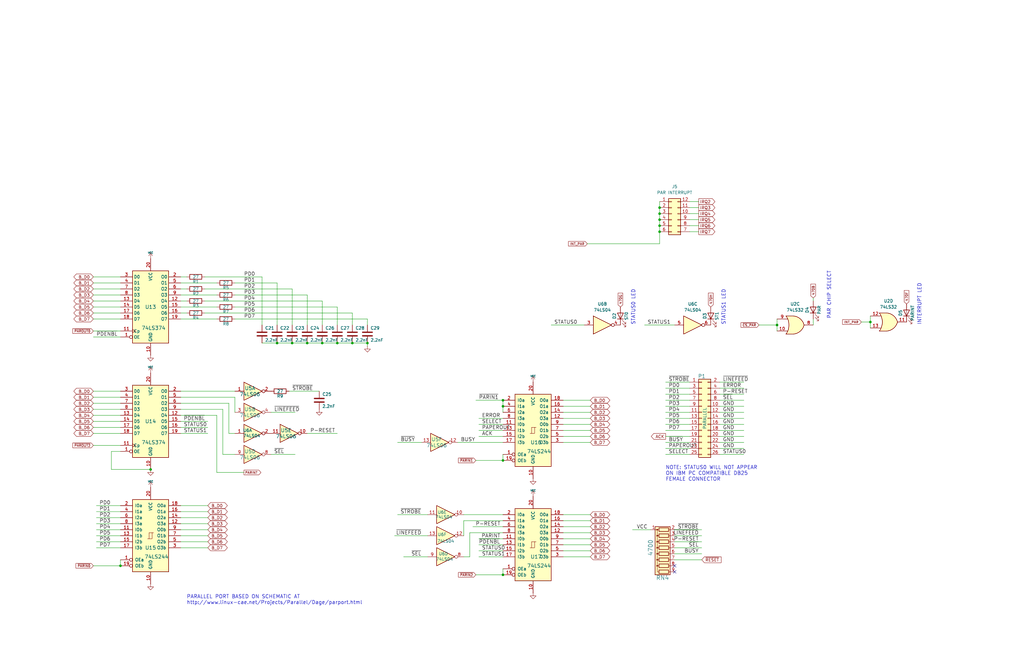
<source format=kicad_sch>
(kicad_sch (version 20231120) (generator "eeschema") (generator_version "8.0")
  (paper "USLedger")
  (title_block (title "ISA MULTI IO ") (date "2025-07-19") (rev "v1.1") (company "DAN WERNER"))
  (lib_symbols
    (symbol "74xx:74LS04"
      (property "Reference" "U" (at 0 1.27 0))
      (property "Value" "74LS04" (at 0 -1.27 0))
      (symbol "74LS04_1_0"
        (pin input line (at -7.62 0 0) (length 3.81) (name "~") (number "1"))
        (pin output inverted (at 7.62 0 180) (length 3.81) (name "~") (number "2"))
      )
      (symbol "74LS04_2_0"
        (pin input line (at -7.62 0 0) (length 3.81) (name "~") (number "3"))
        (pin output inverted (at 7.62 0 180) (length 3.81) (name "~") (number "4"))
      )
      (symbol "74LS04_3_0"
        (pin input line (at -7.62 0 0) (length 3.81) (name "~") (number "5"))
        (pin output inverted (at 7.62 0 180) (length 3.81) (name "~") (number "6"))
      )
      (symbol "74LS04_4_0"
        (pin output inverted (at 7.62 0 180) (length 3.81) (name "~") (number "8"))
        (pin input line (at -7.62 0 0) (length 3.81) (name "~") (number "9"))
      )
      (symbol "74LS04_5_0"
        (pin output inverted (at 7.62 0 180) (length 3.81) (name "~") (number "10"))
        (pin input line (at -7.62 0 0) (length 3.81) (name "~") (number "11"))
      )
      (symbol "74LS04_6_0"
        (pin output inverted (at 7.62 0 180) (length 3.81) (name "~") (number "12"))
        (pin input line (at -7.62 0 0) (length 3.81) (name "~") (number "13"))
      )
      (symbol "74LS04_7_0"
        (pin power_in line (at 0 12.7 270) (length 5.08) (name "VCC") (number "14"))
        (pin power_in line (at 0 -12.7 90) (length 5.08) (name "GND") (number "7"))
      )
    )
    (symbol "74xx:74LS06" (pin_names (offset 1.016))
      (property "Reference" "U" (at 0 1.27 0))
      (property "Value" "74LS06" (at 0 -1.27 0))
      (symbol "74LS06_1_0"
        (pin input line (at -7.62 0 0) (length 3.81) (name "~") (number "1"))
        (pin open_collector inverted (at 7.62 0 180) (length 3.81) (name "~") (number "2"))
      )
      (symbol "74LS06_2_0"
        (pin input line (at -7.62 0 0) (length 3.81) (name "~") (number "3"))
        (pin open_collector inverted (at 7.62 0 180) (length 3.81) (name "~") (number "4"))
      )
      (symbol "74LS06_3_0"
        (pin input line (at -7.62 0 0) (length 3.81) (name "~") (number "5"))
        (pin open_collector inverted (at 7.62 0 180) (length 3.81) (name "~") (number "6"))
      )
      (symbol "74LS06_4_0"
        (pin open_collector inverted (at 7.62 0 180) (length 3.81) (name "~") (number "8"))
        (pin input line (at -7.62 0 0) (length 3.81) (name "~") (number "9"))
      )
      (symbol "74LS06_5_0"
        (pin open_collector inverted (at 7.62 0 180) (length 3.81) (name "~") (number "10"))
        (pin input line (at -7.62 0 0) (length 3.81) (name "~") (number "11"))
      )
      (symbol "74LS06_6_0"
        (pin open_collector inverted (at 7.62 0 180) (length 3.81) (name "~") (number "12"))
        (pin input line (at -7.62 0 0) (length 3.81) (name "~") (number "13"))
      )
      (symbol "74LS06_7_0"
        (pin power_in line (at 0 12.7 270) (length 5.08) (name "VCC") (number "14"))
        (pin power_in line (at 0 -12.7 90) (length 5.08) (name "GND") (number "7"))
      )
    )
    (symbol "74xx:74LS244" (pin_names (offset 1.016))
      (property "Reference" "U" (at -7.62 16.51 0))
      (property "Value" "74LS244" (at -7.62 -16.51 0))
      (symbol "74LS244_1_0"
        (pin input inverted (at -12.7 -10.16 0) (length 5.08) (name "OEa") (number "1"))
        (pin power_in line (at 0 -20.32 90) (length 5.08) (name "GND") (number "10"))
        (pin input line (at -12.7 2.54 0) (length 5.08) (name "I0b") (number "11"))
        (pin tri_state line (at 12.7 5.08 180) (length 5.08) (name "O3a") (number "12"))
        (pin input line (at -12.7 0 0) (length 5.08) (name "I1b") (number "13"))
        (pin tri_state line (at 12.7 7.62 180) (length 5.08) (name "O2a") (number "14"))
        (pin input line (at -12.7 -2.54 0) (length 5.08) (name "I2b") (number "15"))
        (pin tri_state line (at 12.7 10.16 180) (length 5.08) (name "O1a") (number "16"))
        (pin input line (at -12.7 -5.08 0) (length 5.08) (name "I3b") (number "17"))
        (pin tri_state line (at 12.7 12.7 180) (length 5.08) (name "O0a") (number "18"))
        (pin input inverted (at -12.7 -12.7 0) (length 5.08) (name "OEb") (number "19"))
        (pin input line (at -12.7 12.7 0) (length 5.08) (name "I0a") (number "2"))
        (pin power_in line (at 0 20.32 270) (length 5.08) (name "VCC") (number "20"))
        (pin tri_state line (at 12.7 -5.08 180) (length 5.08) (name "O3b") (number "3"))
        (pin input line (at -12.7 10.16 0) (length 5.08) (name "I1a") (number "4"))
        (pin tri_state line (at 12.7 -2.54 180) (length 5.08) (name "O2b") (number "5"))
        (pin input line (at -12.7 7.62 0) (length 5.08) (name "I2a") (number "6"))
        (pin tri_state line (at 12.7 0 180) (length 5.08) (name "O1b") (number "7"))
        (pin input line (at -12.7 5.08 0) (length 5.08) (name "I3a") (number "8"))
        (pin tri_state line (at 12.7 2.54 180) (length 5.08) (name "O0b") (number "9"))
      )
    )
    (symbol "74xx:74LS32" (pin_names (offset 1.016))
      (property "Reference" "U" (at 0 1.27 0))
      (property "Value" "74LS32" (at 0 -1.27 0))
      (symbol "74LS32_1_1"
        (pin input line (at -7.62 2.54 0) (length 4.318) (name "~") (number "1"))
        (pin input line (at -7.62 -2.54 0) (length 4.318) (name "~") (number "2"))
        (pin output line (at 7.62 0 180) (length 3.81) (name "~") (number "3"))
      )
      (symbol "74LS32_1_2"
        (pin input inverted (at -7.62 2.54 0) (length 3.81) (name "~") (number "1"))
        (pin input inverted (at -7.62 -2.54 0) (length 3.81) (name "~") (number "2"))
        (pin output inverted (at 7.62 0 180) (length 3.81) (name "~") (number "3"))
      )
      (symbol "74LS32_2_1"
        (pin input line (at -7.62 2.54 0) (length 4.318) (name "~") (number "4"))
        (pin input line (at -7.62 -2.54 0) (length 4.318) (name "~") (number "5"))
        (pin output line (at 7.62 0 180) (length 3.81) (name "~") (number "6"))
      )
      (symbol "74LS32_2_2"
        (pin input inverted (at -7.62 2.54 0) (length 3.81) (name "~") (number "4"))
        (pin input inverted (at -7.62 -2.54 0) (length 3.81) (name "~") (number "5"))
        (pin output inverted (at 7.62 0 180) (length 3.81) (name "~") (number "6"))
      )
      (symbol "74LS32_3_1"
        (pin input line (at -7.62 -2.54 0) (length 4.318) (name "~") (number "10"))
        (pin output line (at 7.62 0 180) (length 3.81) (name "~") (number "8"))
        (pin input line (at -7.62 2.54 0) (length 4.318) (name "~") (number "9"))
      )
      (symbol "74LS32_3_2"
        (pin input inverted (at -7.62 -2.54 0) (length 3.81) (name "~") (number "10"))
        (pin output inverted (at 7.62 0 180) (length 3.81) (name "~") (number "8"))
        (pin input inverted (at -7.62 2.54 0) (length 3.81) (name "~") (number "9"))
      )
      (symbol "74LS32_4_1"
        (pin output line (at 7.62 0 180) (length 3.81) (name "~") (number "11"))
        (pin input line (at -7.62 2.54 0) (length 4.318) (name "~") (number "12"))
        (pin input line (at -7.62 -2.54 0) (length 4.318) (name "~") (number "13"))
      )
      (symbol "74LS32_4_2"
        (pin output inverted (at 7.62 0 180) (length 3.81) (name "~") (number "11"))
        (pin input inverted (at -7.62 2.54 0) (length 3.81) (name "~") (number "12"))
        (pin input inverted (at -7.62 -2.54 0) (length 3.81) (name "~") (number "13"))
      )
      (symbol "74LS32_5_0"
        (pin power_in line (at 0 12.7 270) (length 5.08) (name "VCC") (number "14"))
        (pin power_in line (at 0 -12.7 90) (length 5.08) (name "GND") (number "7"))
      )
    )
    (symbol "74xx:74LS374"
      (property "Reference" "U" (at -7.62 16.51 0))
      (property "Value" "74LS374" (at -7.62 -16.51 0))
      (symbol "74LS374_1_0"
        (pin input inverted (at -12.7 -12.7 0) (length 5.08) (name "OE") (number "1"))
        (pin power_in line (at 0 -20.32 90) (length 5.08) (name "GND") (number "10"))
        (pin input clock (at -12.7 -10.16 0) (length 5.08) (name "Cp") (number "11"))
        (pin tri_state line (at 12.7 2.54 180) (length 5.08) (name "O4") (number "12"))
        (pin input line (at -12.7 2.54 0) (length 5.08) (name "D4") (number "13"))
        (pin input line (at -12.7 0 0) (length 5.08) (name "D5") (number "14"))
        (pin tri_state line (at 12.7 0 180) (length 5.08) (name "O5") (number "15"))
        (pin tri_state line (at 12.7 -2.54 180) (length 5.08) (name "O6") (number "16"))
        (pin input line (at -12.7 -2.54 0) (length 5.08) (name "D6") (number "17"))
        (pin input line (at -12.7 -5.08 0) (length 5.08) (name "D7") (number "18"))
        (pin tri_state line (at 12.7 -5.08 180) (length 5.08) (name "O7") (number "19"))
        (pin tri_state line (at 12.7 12.7 180) (length 5.08) (name "O0") (number "2"))
        (pin power_in line (at 0 20.32 270) (length 5.08) (name "VCC") (number "20"))
        (pin input line (at -12.7 12.7 0) (length 5.08) (name "D0") (number "3"))
        (pin input line (at -12.7 10.16 0) (length 5.08) (name "D1") (number "4"))
        (pin tri_state line (at 12.7 10.16 180) (length 5.08) (name "O1") (number "5"))
        (pin tri_state line (at 12.7 7.62 180) (length 5.08) (name "O2") (number "6"))
        (pin input line (at -12.7 7.62 0) (length 5.08) (name "D2") (number "7"))
        (pin input line (at -12.7 5.08 0) (length 5.08) (name "D3") (number "8"))
        (pin tri_state line (at 12.7 5.08 180) (length 5.08) (name "O3") (number "9"))
      )
    )
    (symbol "Connector_Generic:Conn_02x06_Counter_Clockwise" (pin_names (offset 1.016) hide)
      (property "Reference" "J" (at 1.27 7.62 0))
      (property "Value" "Conn_02x06_Counter_Clockwise" (at 1.27 -10.16 0))
      (symbol "Conn_02x06_Counter_Clockwise_1_1"
        (pin passive line (at -5.08 5.08 0) (length 3.81) (name "Pin_1") (number "1"))
        (pin passive line (at 7.62 0 180) (length 3.81) (name "Pin_10") (number "10"))
        (pin passive line (at 7.62 2.54 180) (length 3.81) (name "Pin_11") (number "11"))
        (pin passive line (at 7.62 5.08 180) (length 3.81) (name "Pin_12") (number "12"))
        (pin passive line (at -5.08 2.54 0) (length 3.81) (name "Pin_2") (number "2"))
        (pin passive line (at -5.08 0 0) (length 3.81) (name "Pin_3") (number "3"))
        (pin passive line (at -5.08 -2.54 0) (length 3.81) (name "Pin_4") (number "4"))
        (pin passive line (at -5.08 -5.08 0) (length 3.81) (name "Pin_5") (number "5"))
        (pin passive line (at -5.08 -7.62 0) (length 3.81) (name "Pin_6") (number "6"))
        (pin passive line (at 7.62 -7.62 180) (length 3.81) (name "Pin_7") (number "7"))
        (pin passive line (at 7.62 -5.08 180) (length 3.81) (name "Pin_8") (number "8"))
        (pin passive line (at 7.62 -2.54 180) (length 3.81) (name "Pin_9") (number "9"))
      )
    )
    (symbol "Connector_Generic:Conn_02x13_Odd_Even" (pin_names (offset 1.016) hide)
      (property "Reference" "J" (at 1.27 17.78 0))
      (property "Value" "Conn_02x13_Odd_Even" (at 1.27 -17.78 0))
      (symbol "Conn_02x13_Odd_Even_1_1"
        (pin passive line (at -5.08 15.24 0) (length 3.81) (name "Pin_1") (number "1"))
        (pin passive line (at 7.62 5.08 180) (length 3.81) (name "Pin_10") (number "10"))
        (pin passive line (at -5.08 2.54 0) (length 3.81) (name "Pin_11") (number "11"))
        (pin passive line (at 7.62 2.54 180) (length 3.81) (name "Pin_12") (number "12"))
        (pin passive line (at -5.08 0 0) (length 3.81) (name "Pin_13") (number "13"))
        (pin passive line (at 7.62 0 180) (length 3.81) (name "Pin_14") (number "14"))
        (pin passive line (at -5.08 -2.54 0) (length 3.81) (name "Pin_15") (number "15"))
        (pin passive line (at 7.62 -2.54 180) (length 3.81) (name "Pin_16") (number "16"))
        (pin passive line (at -5.08 -5.08 0) (length 3.81) (name "Pin_17") (number "17"))
        (pin passive line (at 7.62 -5.08 180) (length 3.81) (name "Pin_18") (number "18"))
        (pin passive line (at -5.08 -7.62 0) (length 3.81) (name "Pin_19") (number "19"))
        (pin passive line (at 7.62 15.24 180) (length 3.81) (name "Pin_2") (number "2"))
        (pin passive line (at 7.62 -7.62 180) (length 3.81) (name "Pin_20") (number "20"))
        (pin passive line (at -5.08 -10.16 0) (length 3.81) (name "Pin_21") (number "21"))
        (pin passive line (at 7.62 -10.16 180) (length 3.81) (name "Pin_22") (number "22"))
        (pin passive line (at -5.08 -12.7 0) (length 3.81) (name "Pin_23") (number "23"))
        (pin passive line (at 7.62 -12.7 180) (length 3.81) (name "Pin_24") (number "24"))
        (pin passive line (at -5.08 -15.24 0) (length 3.81) (name "Pin_25") (number "25"))
        (pin passive line (at 7.62 -15.24 180) (length 3.81) (name "Pin_26") (number "26"))
        (pin passive line (at -5.08 12.7 0) (length 3.81) (name "Pin_3") (number "3"))
        (pin passive line (at 7.62 12.7 180) (length 3.81) (name "Pin_4") (number "4"))
        (pin passive line (at -5.08 10.16 0) (length 3.81) (name "Pin_5") (number "5"))
        (pin passive line (at 7.62 10.16 180) (length 3.81) (name "Pin_6") (number "6"))
        (pin passive line (at -5.08 7.62 0) (length 3.81) (name "Pin_7") (number "7"))
        (pin passive line (at 7.62 7.62 180) (length 3.81) (name "Pin_8") (number "8"))
        (pin passive line (at -5.08 5.08 0) (length 3.81) (name "Pin_9") (number "9"))
      )
    )
    (symbol "Device:C" (pin_numbers hide) (pin_names (offset 0.254))
      (property "Reference" "C" (at 0.635 2.54 0))
      (property "Value" "C" (at 0.635 -2.54 0))
      (symbol "C_1_1"
        (pin passive line (at 0 3.81 270) (length 2.794) (name "~") (number "1"))
        (pin passive line (at 0 -3.81 90) (length 2.794) (name "~") (number "2"))
      )
    )
    (symbol "Device:LED" (pin_numbers hide) (pin_names (offset 1.016) hide)
      (property "Reference" "D" (at 0 2.54 0))
      (property "Value" "LED" (at 0 -2.54 0))
      (symbol "LED_1_1"
        (pin passive line (at -3.81 0 0) (length 2.54) (name "K") (number "1"))
        (pin passive line (at 3.81 0 180) (length 2.54) (name "A") (number "2"))
      )
    )
    (symbol "Device:R" (pin_numbers hide) (pin_names (offset 0))
      (property "Reference" "R" (at 2.032 0 90))
      (property "Value" "R" (at 0 0 90))
      (symbol "R_1_1"
        (pin passive line (at 0 3.81 270) (length 1.27) (name "~") (number "1"))
        (pin passive line (at 0 -3.81 90) (length 1.27) (name "~") (number "2"))
      )
    )
    (symbol "Device:R_Network08" (pin_names (offset 0) hide)
      (property "Reference" "RN" (at -12.7 0 90))
      (property "Value" "R_Network08" (at 10.16 0 90))
      (symbol "R_Network08_1_1"
        (pin passive line (at -10.16 5.08 270) (length 2.54) (name "common") (number "1"))
        (pin passive line (at -10.16 -5.08 90) (length 1.27) (name "R1") (number "2"))
        (pin passive line (at -7.62 -5.08 90) (length 1.27) (name "R2") (number "3"))
        (pin passive line (at -5.08 -5.08 90) (length 1.27) (name "R3") (number "4"))
        (pin passive line (at -2.54 -5.08 90) (length 1.27) (name "R4") (number "5"))
        (pin passive line (at 0 -5.08 90) (length 1.27) (name "R5") (number "6"))
        (pin passive line (at 2.54 -5.08 90) (length 1.27) (name "R6") (number "7"))
        (pin passive line (at 5.08 -5.08 90) (length 1.27) (name "R7") (number "8"))
        (pin passive line (at 7.62 -5.08 90) (length 1.27) (name "R8") (number "9"))
      )
    )
    (symbol "power:GND" (power) (pin_numbers hide) (pin_names (offset 0) hide)
      (property "Value" "GND" (at 0 -3.81 0))
      (symbol "GND_1_1"
        (pin power_in line (at 0 0 270) (length 0) (name "~") (number "1"))
      )
    )
    (symbol "power:VCC" (power) (pin_numbers hide) (pin_names (offset 0) hide)
      (property "Value" "VCC" (at 0 3.556 0))
      (symbol "VCC_1_1"
        (pin power_in line (at 0 0 90) (length 0) (name "~") (number "1"))
      )
    )
  )
  (junction (at 135.89 144.78))
  (junction (at 278.13 97.79))
  (junction (at 212.09 171.45))
  (junction (at 148.59 144.78))
  (junction (at 50.8 238.76))
  (junction (at 212.09 242.57))
  (junction (at 212.09 194.31))
  (junction (at 142.24 144.78))
  (junction (at 154.94 144.78))
  (junction (at 278.13 87.63))
  (junction (at 116.84 144.78))
  (junction (at 278.13 95.25))
  (junction (at 367.03 135.89))
  (junction (at 212.09 168.91))
  (junction (at 278.13 92.71))
  (junction (at 129.54 144.78))
  (junction (at 327.66 137.16))
  (junction (at 123.19 144.78))
  (junction (at 278.13 90.17))
  (junction (at 63.5 198.12))
  (no_connect (at 284.48 238.76))
  (no_connect (at 284.48 241.3))
  (wire (pts (xy 327.66 134.62) (xy 327.66 137.16)))
  (wire (pts (xy 280.67 191.77) (xy 290.83 191.77)))
  (wire (pts (xy 129.54 144.78) (xy 123.19 144.78)))
  (wire (pts (xy 76.2 170.18) (xy 96.52 170.18)))
  (wire (pts (xy 50.8 165.1) (xy 39.37 165.1)))
  (wire (pts (xy 200.66 242.57) (xy 212.09 242.57)))
  (wire (pts (xy 135.89 137.16) (xy 135.89 127)))
  (wire (pts (xy 114.3 191.77) (xy 124.46 191.77)))
  (wire (pts (xy 40.64 213.36) (xy 50.8 213.36)))
  (wire (pts (xy 248.92 227.33) (xy 237.49 227.33)))
  (wire (pts (xy 148.59 137.16) (xy 148.59 132.08)))
  (wire (pts (xy 154.94 144.78) (xy 148.59 144.78)))
  (wire (pts (xy 195.58 219.71) (xy 195.58 226.06)))
  (wire (pts (xy 248.92 184.15) (xy 237.49 184.15)))
  (wire (pts (xy 295.91 226.06) (xy 284.48 226.06)))
  (wire (pts (xy 303.53 171.45) (xy 313.69 171.45)))
  (wire (pts (xy 76.2 180.34) (xy 87.63 180.34)))
  (wire (pts (xy 280.67 166.37) (xy 290.83 166.37)))
  (wire (pts (xy 232.41 137.16) (xy 246.38 137.16)))
  (wire (pts (xy 290.83 95.25) (xy 294.64 95.25)))
  (wire (pts (xy 142.24 137.16) (xy 142.24 129.54)))
  (wire (pts (xy 303.53 189.23) (xy 313.69 189.23)))
  (wire (pts (xy 50.8 187.96) (xy 39.37 187.96)))
  (wire (pts (xy 116.84 137.16) (xy 116.84 119.38)))
  (wire (pts (xy 50.8 129.54) (xy 39.37 129.54)))
  (wire (pts (xy 50.8 182.88) (xy 39.37 182.88)))
  (wire (pts (xy 40.64 228.6) (xy 50.8 228.6)))
  (wire (pts (xy 280.67 173.99) (xy 290.83 173.99)))
  (wire (pts (xy 50.8 127) (xy 39.37 127)))
  (wire (pts (xy 76.2 127) (xy 78.74 127)))
  (wire (pts (xy 200.66 194.31) (xy 212.09 194.31)))
  (wire (pts (xy 180.34 234.95) (xy 170.18 234.95)))
  (wire (pts (xy 50.8 236.22) (xy 50.8 238.76)))
  (wire (pts (xy 248.92 186.69) (xy 237.49 186.69)))
  (wire (pts (xy 86.36 127) (xy 135.89 127)))
  (wire (pts (xy 212.09 181.61) (xy 201.93 181.61)))
  (wire (pts (xy 50.8 116.84) (xy 39.37 116.84)))
  (wire (pts (xy 212.09 234.95) (xy 201.93 234.95)))
  (wire (pts (xy 76.2 124.46) (xy 91.44 124.46)))
  (wire (pts (xy 198.12 224.79) (xy 212.09 224.79)))
  (wire (pts (xy 99.06 167.64) (xy 99.06 173.99)))
  (wire (pts (xy 280.67 168.91) (xy 290.83 168.91)))
  (wire (pts (xy 290.83 189.23) (xy 280.67 189.23)))
  (wire (pts (xy 50.8 190.5) (xy 46.99 190.5)))
  (wire (pts (xy 86.36 132.08) (xy 148.59 132.08)))
  (wire (pts (xy 50.8 172.72) (xy 39.37 172.72)))
  (wire (pts (xy 99.06 134.62) (xy 154.94 134.62)))
  (wire (pts (xy 39.37 142.24) (xy 50.8 142.24)))
  (wire (pts (xy 50.8 121.92) (xy 39.37 121.92)))
  (wire (pts (xy 76.2 119.38) (xy 91.44 119.38)))
  (wire (pts (xy 290.83 92.71) (xy 294.64 92.71)))
  (wire (pts (xy 50.8 177.8) (xy 39.37 177.8)))
  (wire (pts (xy 342.9 127) (xy 342.9 125.73)))
  (wire (pts (xy 212.09 168.91) (xy 212.09 171.45)))
  (wire (pts (xy 278.13 85.09) (xy 278.13 87.63)))
  (wire (pts (xy 91.44 175.26) (xy 91.44 199.39)))
  (wire (pts (xy 121.92 165.1) (xy 134.62 165.1)))
  (wire (pts (xy 76.2 116.84) (xy 78.74 116.84)))
  (wire (pts (xy 50.8 139.7) (xy 39.37 139.7)))
  (wire (pts (xy 280.67 179.07) (xy 290.83 179.07)))
  (wire (pts (xy 290.83 90.17) (xy 294.64 90.17)))
  (wire (pts (xy 295.91 223.52) (xy 284.48 223.52)))
  (wire (pts (xy 154.94 146.05) (xy 154.94 144.78)))
  (wire (pts (xy 212.09 240.03) (xy 212.09 242.57)))
  (wire (pts (xy 303.53 166.37) (xy 313.69 166.37)))
  (wire (pts (xy 303.53 184.15) (xy 313.69 184.15)))
  (wire (pts (xy 280.67 176.53) (xy 290.83 176.53)))
  (wire (pts (xy 367.03 133.35) (xy 367.03 135.89)))
  (wire (pts (xy 50.8 238.76) (xy 39.37 238.76)))
  (wire (pts (xy 50.8 175.26) (xy 39.37 175.26)))
  (wire (pts (xy 99.06 119.38) (xy 116.84 119.38)))
  (wire (pts (xy 166.37 226.06) (xy 180.34 226.06)))
  (wire (pts (xy 195.58 234.95) (xy 198.12 234.95)))
  (wire (pts (xy 248.92 229.87) (xy 237.49 229.87)))
  (wire (pts (xy 87.63 220.98) (xy 76.2 220.98)))
  (wire (pts (xy 280.67 163.83) (xy 290.83 163.83)))
  (wire (pts (xy 278.13 92.71) (xy 278.13 95.25)))
  (wire (pts (xy 313.69 191.77) (xy 303.53 191.77)))
  (wire (pts (xy 50.8 170.18) (xy 39.37 170.18)))
  (wire (pts (xy 154.94 137.16) (xy 154.94 134.62)))
  (wire (pts (xy 274.32 223.52) (xy 266.7 223.52)))
  (wire (pts (xy 280.67 161.29) (xy 290.83 161.29)))
  (wire (pts (xy 40.64 215.9) (xy 50.8 215.9)))
  (wire (pts (xy 40.64 220.98) (xy 50.8 220.98)))
  (wire (pts (xy 76.2 121.92) (xy 78.74 121.92)))
  (wire (pts (xy 76.2 175.26) (xy 91.44 175.26)))
  (wire (pts (xy 50.8 180.34) (xy 39.37 180.34)))
  (wire (pts (xy 110.49 137.16) (xy 110.49 116.84)))
  (wire (pts (xy 367.03 135.89) (xy 367.03 138.43)))
  (wire (pts (xy 93.98 191.77) (xy 99.06 191.77)))
  (wire (pts (xy 148.59 144.78) (xy 142.24 144.78)))
  (wire (pts (xy 50.8 124.46) (xy 39.37 124.46)))
  (wire (pts (xy 212.09 171.45) (xy 212.09 173.99)))
  (wire (pts (xy 280.67 186.69) (xy 290.83 186.69)))
  (wire (pts (xy 278.13 97.79) (xy 278.13 102.87)))
  (wire (pts (xy 76.2 177.8) (xy 87.63 177.8)))
  (wire (pts (xy 295.91 228.6) (xy 284.48 228.6)))
  (wire (pts (xy 280.67 181.61) (xy 290.83 181.61)))
  (wire (pts (xy 86.36 116.84) (xy 110.49 116.84)))
  (wire (pts (xy 290.83 97.79) (xy 294.64 97.79)))
  (wire (pts (xy 114.3 173.99) (xy 124.46 173.99)))
  (wire (pts (xy 76.2 182.88) (xy 87.63 182.88)))
  (wire (pts (xy 212.09 227.33) (xy 201.93 227.33)))
  (wire (pts (xy 278.13 90.17) (xy 278.13 92.71)))
  (wire (pts (xy 290.83 85.09) (xy 294.64 85.09)))
  (wire (pts (xy 87.63 218.44) (xy 76.2 218.44)))
  (wire (pts (xy 248.92 171.45) (xy 237.49 171.45)))
  (wire (pts (xy 248.92 232.41) (xy 237.49 232.41)))
  (wire (pts (xy 87.63 215.9) (xy 76.2 215.9)))
  (wire (pts (xy 201.93 179.07) (xy 212.09 179.07)))
  (wire (pts (xy 201.93 229.87) (xy 212.09 229.87)))
  (wire (pts (xy 96.52 182.88) (xy 96.52 170.18)))
  (wire (pts (xy 303.53 173.99) (xy 313.69 173.99)))
  (wire (pts (xy 123.19 144.78) (xy 116.84 144.78)))
  (wire (pts (xy 303.53 168.91) (xy 313.69 168.91)))
  (wire (pts (xy 201.93 184.15) (xy 212.09 184.15)))
  (wire (pts (xy 76.2 129.54) (xy 91.44 129.54)))
  (wire (pts (xy 284.48 236.22) (xy 295.91 236.22)))
  (wire (pts (xy 50.8 134.62) (xy 39.37 134.62)))
  (wire (pts (xy 46.99 190.5) (xy 46.99 198.12)))
  (wire (pts (xy 247.65 102.87) (xy 278.13 102.87)))
  (wire (pts (xy 93.98 172.72) (xy 93.98 191.77)))
  (wire (pts (xy 129.54 137.16) (xy 129.54 124.46)))
  (wire (pts (xy 303.53 179.07) (xy 313.69 179.07)))
  (wire (pts (xy 278.13 87.63) (xy 278.13 90.17)))
  (wire (pts (xy 50.8 119.38) (xy 39.37 119.38)))
  (wire (pts (xy 295.91 233.68) (xy 284.48 233.68)))
  (wire (pts (xy 248.92 224.79) (xy 237.49 224.79)))
  (wire (pts (xy 248.92 219.71) (xy 237.49 219.71)))
  (wire (pts (xy 303.53 186.69) (xy 313.69 186.69)))
  (wire (pts (xy 303.53 161.29) (xy 313.69 161.29)))
  (wire (pts (xy 212.09 194.31) (xy 212.09 191.77)))
  (wire (pts (xy 295.91 231.14) (xy 284.48 231.14)))
  (wire (pts (xy 87.63 213.36) (xy 76.2 213.36)))
  (wire (pts (xy 40.64 223.52) (xy 50.8 223.52)))
  (wire (pts (xy 212.09 168.91) (xy 200.66 168.91)))
  (wire (pts (xy 135.89 144.78) (xy 129.54 144.78)))
  (wire (pts (xy 50.8 132.08) (xy 39.37 132.08)))
  (wire (pts (xy 248.92 168.91) (xy 237.49 168.91)))
  (wire (pts (xy 87.63 231.14) (xy 76.2 231.14)))
  (wire (pts (xy 123.19 137.16) (xy 123.19 121.92)))
  (wire (pts (xy 248.92 234.95) (xy 237.49 234.95)))
  (wire (pts (xy 76.2 172.72) (xy 93.98 172.72)))
  (wire (pts (xy 116.84 144.78) (xy 110.49 144.78)))
  (wire (pts (xy 327.66 137.16) (xy 327.66 139.7)))
  (wire (pts (xy 290.83 87.63) (xy 294.64 87.63)))
  (wire (pts (xy 278.13 95.25) (xy 278.13 97.79)))
  (wire (pts (xy 248.92 179.07) (xy 237.49 179.07)))
  (wire (pts (xy 91.44 199.39) (xy 102.87 199.39)))
  (wire (pts (xy 248.92 217.17) (xy 237.49 217.17)))
  (wire (pts (xy 87.63 226.06) (xy 76.2 226.06)))
  (wire (pts (xy 193.04 186.69) (xy 212.09 186.69)))
  (wire (pts (xy 342.9 134.62) (xy 342.9 137.16)))
  (wire (pts (xy 99.06 129.54) (xy 142.24 129.54)))
  (wire (pts (xy 303.53 181.61) (xy 313.69 181.61)))
  (wire (pts (xy 248.92 176.53) (xy 237.49 176.53)))
  (wire (pts (xy 87.63 223.52) (xy 76.2 223.52)))
  (wire (pts (xy 303.53 163.83) (xy 313.69 163.83)))
  (wire (pts (xy 167.64 186.69) (xy 177.8 186.69)))
  (wire (pts (xy 99.06 182.88) (xy 96.52 182.88)))
  (wire (pts (xy 40.64 226.06) (xy 50.8 226.06)))
  (wire (pts (xy 212.09 222.25) (xy 199.39 222.25)))
  (wire (pts (xy 86.36 121.92) (xy 123.19 121.92)))
  (wire (pts (xy 40.64 231.14) (xy 50.8 231.14)))
  (wire (pts (xy 248.92 181.61) (xy 237.49 181.61)))
  (wire (pts (xy 129.54 182.88) (xy 142.24 182.88)))
  (wire (pts (xy 280.67 171.45) (xy 290.83 171.45)))
  (wire (pts (xy 76.2 167.64) (xy 99.06 167.64)))
  (wire (pts (xy 198.12 234.95) (xy 198.12 224.79)))
  (wire (pts (xy 212.09 232.41) (xy 201.93 232.41)))
  (wire (pts (xy 76.2 165.1) (xy 99.06 165.1)))
  (wire (pts (xy 46.99 198.12) (xy 63.5 198.12)))
  (wire (pts (xy 167.64 217.17) (xy 180.34 217.17)))
  (wire (pts (xy 280.67 184.15) (xy 290.83 184.15)))
  (wire (pts (xy 363.22 135.89) (xy 367.03 135.89)))
  (wire (pts (xy 50.8 167.64) (xy 39.37 167.64)))
  (wire (pts (xy 320.04 137.16) (xy 327.66 137.16)))
  (wire (pts (xy 271.78 137.16) (xy 284.48 137.16)))
  (wire (pts (xy 212.09 219.71) (xy 195.58 219.71)))
  (wire (pts (xy 212.09 217.17) (xy 195.58 217.17)))
  (wire (pts (xy 303.53 176.53) (xy 313.69 176.53)))
  (wire (pts (xy 248.92 222.25) (xy 237.49 222.25)))
  (wire (pts (xy 87.63 228.6) (xy 76.2 228.6)))
  (wire (pts (xy 142.24 144.78) (xy 135.89 144.78)))
  (wire (pts (xy 201.93 176.53) (xy 212.09 176.53)))
  (wire (pts (xy 99.06 124.46) (xy 129.54 124.46)))
  (wire (pts (xy 248.92 173.99) (xy 237.49 173.99)))
  (wire (pts (xy 76.2 132.08) (xy 78.74 132.08)))
  (wire (pts (xy 40.64 218.44) (xy 50.8 218.44)))
  (wire (pts (xy 76.2 134.62) (xy 91.44 134.62)))
  (text "NOTE: STATUS0 WILL NOT APPEAR \nON IBM PC COMPATIBLE DB25 \nFEMALE CONNECTOR" (at 280.67 203.2 0) (effects (font (size 1.524 1.524)) (justify left bottom)))
  (text "STATUS0 LED" (at 267.97 137.16 90) (effects (font (size 1.524 1.524)) (justify left bottom)))
  (text "INTERRUPT LED" (at 388.62 137.16 90) (effects (font (size 1.524 1.524)) (justify left bottom)))
  (text "STATUS1 LED" (at 306.07 137.16 90) (effects (font (size 1.524 1.524)) (justify left bottom)))
  (text "PARALLEL PORT BASED ON SCHEMATIC AT\nhttp://www.linux-cae.net/Projects/Parallel/Dage/parport.html" (at 78.74 255.27 0) (effects (font (size 1.524 1.524)) (justify left bottom)))
  (text "PAR CHIP SELECT" (at 350.52 134.62 90) (effects (font (size 1.524 1.524)) (justify left bottom)))
  (label "~{PDENBL}" (at 201.93 229.87 0) (effects (font (size 1.524 1.524))))
  (label "PAPEROUT" (at 281.94 189.23 0) (effects (font (size 1.524 1.524))))
  (label "~{LINEFEED}" (at 294.64 226.06 180) (effects (font (size 1.524 1.524))))
  (label "STATUS0" (at 77.47 180.34 0) (effects (font (size 1.524 1.524))))
  (label "GND" (at 304.8 179.07 0) (effects (font (size 1.524 1.524))))
  (label "P-RESET" (at 304.8 166.37 0) (effects (font (size 1.524 1.524))))
  (label "P-RESET" (at 200.5584 222.25 0) (effects (font (size 1.524 1.524))))
  (label "PD3" (at 281.94 171.45 0) (effects (font (size 1.524 1.524))))
  (label "PD6" (at 102.87 132.08 0) (effects (font (size 1.524 1.524))))
  (label "PD5" (at 102.87 129.54 0) (effects (font (size 1.524 1.524))))
  (label "GND" (at 304.8 181.61 0) (effects (font (size 1.524 1.524))))
  (label "PD6" (at 281.94 179.07 0) (effects (font (size 1.524 1.524))))
  (label "PD0" (at 41.91 213.36 0) (effects (font (size 1.524 1.524))))
  (label "VCC" (at 273.05 223.52 180) (effects (font (size 1.524 1.524))))
  (label "PD4" (at 281.94 173.99 0) (effects (font (size 1.524 1.524))))
  (label "BUSY" (at 294.64 233.68 180) (effects (font (size 1.524 1.524))))
  (label "~{PARIN1}" (at 201.93 168.91 0) (effects (font (size 1.524 1.524))))
  (label "~{PDENBL}" (at 40.64 142.24 0) (effects (font (size 1.524 1.524))))
  (label "PD1" (at 41.91 215.9 0) (effects (font (size 1.524 1.524))))
  (label "~{SEL}" (at 304.8 168.91 0) (effects (font (size 1.524 1.524))))
  (label "PD2" (at 102.87 121.92 0) (effects (font (size 1.524 1.524))))
  (label "PD0" (at 102.87 116.84 0) (effects (font (size 1.524 1.524))))
  (label "GND" (at 304.8 189.23 0) (effects (font (size 1.524 1.524))))
  (label "PD2" (at 281.94 168.91 0) (effects (font (size 1.524 1.524))))
  (label "SELECT" (at 281.94 191.77 0) (effects (font (size 1.524 1.524))))
  (label "PD1" (at 281.94 166.37 0) (effects (font (size 1.524 1.524))))
  (label "P-RESET" (at 294.64 228.6 180) (effects (font (size 1.524 1.524))))
  (label "ERROR" (at 203.2 176.53 0) (effects (font (size 1.524 1.524))))
  (label "PD4" (at 102.87 127 0) (effects (font (size 1.524 1.524))))
  (label "GND" (at 304.8 184.15 0) (effects (font (size 1.524 1.524))))
  (label "PD7" (at 102.87 134.62 0) (effects (font (size 1.524 1.524))))
  (label "P-RESET" (at 130.81 182.88 0) (effects (font (size 1.524 1.524))))
  (label "~{SEL}" (at 115.57 191.77 0) (effects (font (size 1.524 1.524))))
  (label "SELECT" (at 203.2 179.07 0) (effects (font (size 1.524 1.524))))
  (label "PD7" (at 281.94 181.61 0) (effects (font (size 1.524 1.524))))
  (label "ERROR" (at 304.8 163.83 0) (effects (font (size 1.524 1.524))))
  (label "PD7" (at 41.91 231.14 0) (effects (font (size 1.524 1.524))))
  (label "~{STROBE}" (at 294.64 223.52 180) (effects (font (size 1.524 1.524))))
  (label "STATUS1" (at 273.05 137.16 0) (effects (font (size 1.524 1.524))))
  (label "STATUS1" (at 203.2 234.95 0) (effects (font (size 1.524 1.524))))
  (label "~{STROBE}" (at 123.19 165.1 0) (effects (font (size 1.524 1.524))))
  (label "GND" (at 304.8 171.45 0) (effects (font (size 1.524 1.524))))
  (label "~{SEL}" (at 294.64 231.14 180) (effects (font (size 1.524 1.524))))
  (label "STATUS1" (at 77.47 182.88 0) (effects (font (size 1.524 1.524))))
  (label "~{LINEFEED}" (at 166.9796 226.06 0) (effects (font (size 1.524 1.524))))
  (label "STATUS0" (at 233.68 137.16 0) (effects (font (size 1.524 1.524))))
  (label "GND" (at 304.8 186.69 0) (effects (font (size 1.524 1.524))))
  (label "BUSY" (at 194.31 186.69 0) (effects (font (size 1.524 1.524))))
  (label "~{STROBE}" (at 168.8592 217.17 0) (effects (font (size 1.524 1.524))))
  (label "PD3" (at 41.91 220.98 0) (effects (font (size 1.524 1.524))))
  (label "PD5" (at 41.91 226.06 0) (effects (font (size 1.524 1.524))))
  (label "PARINT" (at 202.9968 227.33 0) (effects (font (size 1.524 1.524))))
  (label "PD5" (at 281.94 176.53 0) (effects (font (size 1.524 1.524))))
  (label "PD6" (at 41.91 228.6 0) (effects (font (size 1.524 1.524))))
  (label "~{LINEFEED}" (at 115.57 173.99 0) (effects (font (size 1.524 1.524))))
  (label "PD1" (at 102.87 119.38 0) (effects (font (size 1.524 1.524))))
  (label "~{BUSY}" (at 281.94 186.69 0) (effects (font (size 1.524 1.524))))
  (label "~{BUSY}" (at 168.91 186.69 0) (effects (font (size 1.524 1.524))))
  (label "STATUS0" (at 304.8 191.77 0) (effects (font (size 1.524 1.524))))
  (label "GND" (at 304.8 173.99 0) (effects (font (size 1.524 1.524))))
  (label "PD2" (at 41.91 218.44 0) (effects (font (size 1.524 1.524))))
  (label "PAPEROUT" (at 203.2 181.61 0) (effects (font (size 1.524 1.524))))
  (label "PD4" (at 41.91 223.52 0) (effects (font (size 1.524 1.524))))
  (label "~{PDENBL}" (at 77.47 177.8 0) (effects (font (size 1.524 1.524))))
  (label "ACK" (at 203.2 184.15 0) (effects (font (size 1.524 1.524))))
  (label "~{LINEFEED}" (at 304.8 161.29 0) (effects (font (size 1.524 1.524))))
  (label "~{SEL}" (at 173.4312 234.95 0) (effects (font (size 1.524 1.524))))
  (label "GND" (at 304.8 176.53 0) (effects (font (size 1.524 1.524))))
  (label "PD3" (at 102.87 124.46 0) (effects (font (size 1.524 1.524))))
  (label "STATUS0" (at 203.2 232.41 0) (effects (font (size 1.524 1.524))))
  (label "~{STROBE}" (at 281.94 161.29 0) (effects (font (size 1.524 1.524))))
  (label "PD0" (at 281.94 163.83 0) (effects (font (size 1.524 1.524))))
  (global_label "B_D1" (shape bidirectional) (at 39.37 167.64 180) (property "Intersheetrefs" "${INTERSHEET_REFS}" (effects (hide yes))))
  (global_label "B_D6" (shape bidirectional) (at 39.37 132.08 180) (property "Intersheetrefs" "${INTERSHEET_REFS}" (effects (hide yes))))
  (global_label "~{CS_PAR}" (shape input) (at 320.04 137.16 180) (effects (font (size 1.016 1.016))) (property "Intersheetrefs" "${INTERSHEET_REFS}" (effects (hide yes))))
  (global_label "~{PARIN2}" (shape input) (at 200.66 242.57 180) (effects (font (size 1.016 1.016))) (property "Intersheetrefs" "${INTERSHEET_REFS}" (effects (hide yes))))
  (global_label "B_D1" (shape bidirectional) (at 87.63 215.9 0) (property "Intersheetrefs" "${INTERSHEET_REFS}" (effects (hide yes))))
  (global_label "B_D1" (shape bidirectional) (at 248.92 171.45 0) (property "Intersheetrefs" "${INTERSHEET_REFS}" (effects (hide yes))))
  (global_label "B_D5" (shape bidirectional) (at 39.37 177.8 180) (property "Intersheetrefs" "${INTERSHEET_REFS}" (effects (hide yes))))
  (global_label "B_D5" (shape bidirectional) (at 248.92 229.87 0) (property "Intersheetrefs" "${INTERSHEET_REFS}" (effects (hide yes))))
  (global_label "B_D7" (shape bidirectional) (at 248.92 186.69 0) (property "Intersheetrefs" "${INTERSHEET_REFS}" (effects (hide yes))))
  (global_label "B_D0" (shape bidirectional) (at 39.37 116.84 180) (property "Intersheetrefs" "${INTERSHEET_REFS}" (effects (hide yes))))
  (global_label "B_D0" (shape bidirectional) (at 248.92 217.17 0) (property "Intersheetrefs" "${INTERSHEET_REFS}" (effects (hide yes))))
  (global_label "470B" (shape input) (at 342.9 125.73 90) (effects (font (size 1.016 1.016))) (property "Intersheetrefs" "${INTERSHEET_REFS}" (effects (hide yes))))
  (global_label "B_D2" (shape bidirectional) (at 39.37 121.92 180) (property "Intersheetrefs" "${INTERSHEET_REFS}" (effects (hide yes))))
  (global_label "B_D6" (shape bidirectional) (at 248.92 232.41 0) (property "Intersheetrefs" "${INTERSHEET_REFS}" (effects (hide yes))))
  (global_label "B_D0" (shape bidirectional) (at 248.92 168.91 0) (property "Intersheetrefs" "${INTERSHEET_REFS}" (effects (hide yes))))
  (global_label "B_D7" (shape bidirectional) (at 39.37 134.62 180) (property "Intersheetrefs" "${INTERSHEET_REFS}" (effects (hide yes))))
  (global_label "~{PARIN0}" (shape input) (at 39.37 238.76 180) (effects (font (size 1.016 1.016))) (property "Intersheetrefs" "${INTERSHEET_REFS}" (effects (hide yes))))
  (global_label "B_D3" (shape bidirectional) (at 248.92 224.79 0) (property "Intersheetrefs" "${INTERSHEET_REFS}" (effects (hide yes))))
  (global_label "B_D2" (shape bidirectional) (at 248.92 173.99 0) (property "Intersheetrefs" "${INTERSHEET_REFS}" (effects (hide yes))))
  (global_label "~{PAROUT2}" (shape input) (at 39.37 187.96 180) (effects (font (size 1.016 1.016))) (property "Intersheetrefs" "${INTERSHEET_REFS}" (effects (hide yes))))
  (global_label "B_D1" (shape bidirectional) (at 248.92 219.71 0) (property "Intersheetrefs" "${INTERSHEET_REFS}" (effects (hide yes))))
  (global_label "B_D3" (shape bidirectional) (at 39.37 172.72 180) (property "Intersheetrefs" "${INTERSHEET_REFS}" (effects (hide yes))))
  (global_label "B_D6" (shape bidirectional) (at 87.63 228.6 0) (property "Intersheetrefs" "${INTERSHEET_REFS}" (effects (hide yes))))
  (global_label "470H" (shape input) (at 299.72 129.54 90) (effects (font (size 1.016 1.016))) (property "Intersheetrefs" "${INTERSHEET_REFS}" (effects (hide yes))))
  (global_label "B_D2" (shape bidirectional) (at 39.37 170.18 180) (property "Intersheetrefs" "${INTERSHEET_REFS}" (effects (hide yes))))
  (global_label "B_D7" (shape bidirectional) (at 248.92 234.95 0) (property "Intersheetrefs" "${INTERSHEET_REFS}" (effects (hide yes))))
  (global_label "B_D0" (shape bidirectional) (at 39.37 165.1 180) (property "Intersheetrefs" "${INTERSHEET_REFS}" (effects (hide yes))))
  (global_label "B_D5" (shape bidirectional) (at 87.63 226.06 0) (property "Intersheetrefs" "${INTERSHEET_REFS}" (effects (hide yes))))
  (global_label "IRQ4" (shape output) (at 294.64 90.17 0) (property "Intersheetrefs" "${INTERSHEET_REFS}" (effects (hide yes))))
  (global_label "B_D4" (shape bidirectional) (at 248.92 179.07 0) (property "Intersheetrefs" "${INTERSHEET_REFS}" (effects (hide yes))))
  (global_label "B_D1" (shape bidirectional) (at 39.37 119.38 180) (property "Intersheetrefs" "${INTERSHEET_REFS}" (effects (hide yes))))
  (global_label "B_D7" (shape bidirectional) (at 39.37 182.88 180) (property "Intersheetrefs" "${INTERSHEET_REFS}" (effects (hide yes))))
  (global_label "B_D4" (shape bidirectional) (at 39.37 175.26 180) (property "Intersheetrefs" "${INTERSHEET_REFS}" (effects (hide yes))))
  (global_label "IRQ6" (shape output) (at 294.64 95.25 0) (property "Intersheetrefs" "${INTERSHEET_REFS}" (effects (hide yes))))
  (global_label "B_D4" (shape bidirectional) (at 39.37 127 180) (property "Intersheetrefs" "${INTERSHEET_REFS}" (effects (hide yes))))
  (global_label "B_D4" (shape bidirectional) (at 248.92 227.33 0) (property "Intersheetrefs" "${INTERSHEET_REFS}" (effects (hide yes))))
  (global_label "B_D3" (shape bidirectional) (at 87.63 220.98 0) (property "Intersheetrefs" "${INTERSHEET_REFS}" (effects (hide yes))))
  (global_label "PARINT" (shape output) (at 102.87 199.39 0) (effects (font (size 1.016 1.016))) (property "Intersheetrefs" "${INTERSHEET_REFS}" (effects (hide yes))))
  (global_label "INT_PAR" (shape input) (at 363.22 135.89 180) (effects (font (size 1.016 1.016))) (property "Intersheetrefs" "${INTERSHEET_REFS}" (effects (hide yes))))
  (global_label "470G" (shape input) (at 261.62 129.54 90) (effects (font (size 1.016 1.016))) (property "Intersheetrefs" "${INTERSHEET_REFS}" (effects (hide yes))))
  (global_label "~{PAROUT0}" (shape input) (at 39.37 139.7 180) (effects (font (size 1.016 1.016))) (property "Intersheetrefs" "${INTERSHEET_REFS}" (effects (hide yes))))
  (global_label "IRQ3" (shape output) (at 294.64 87.63 0) (property "Intersheetrefs" "${INTERSHEET_REFS}" (effects (hide yes))))
  (global_label "B_D3" (shape bidirectional) (at 39.37 124.46 180) (property "Intersheetrefs" "${INTERSHEET_REFS}" (effects (hide yes))))
  (global_label "B_D6" (shape bidirectional) (at 248.92 184.15 0) (property "Intersheetrefs" "${INTERSHEET_REFS}" (effects (hide yes))))
  (global_label "IRQ2" (shape output) (at 294.64 85.09 0) (property "Intersheetrefs" "${INTERSHEET_REFS}" (effects (hide yes))))
  (global_label "INT_PAR" (shape input) (at 247.65 102.87 180) (effects (font (size 1.016 1.016))) (property "Intersheetrefs" "${INTERSHEET_REFS}" (effects (hide yes))))
  (global_label "B_D3" (shape bidirectional) (at 248.92 176.53 0) (property "Intersheetrefs" "${INTERSHEET_REFS}" (effects (hide yes))))
  (global_label "ACK" (shape output) (at 280.67 184.15 180) (property "Intersheetrefs" "${INTERSHEET_REFS}" (effects (hide yes))))
  (global_label "~{RESET}" (shape input) (at 295.91 236.22 0) (property "Intersheetrefs" "${INTERSHEET_REFS}" (effects (hide yes))))
  (global_label "B_D5" (shape bidirectional) (at 39.37 129.54 180) (property "Intersheetrefs" "${INTERSHEET_REFS}" (effects (hide yes))))
  (global_label "IRQ7" (shape output) (at 294.64 97.79 0) (property "Intersheetrefs" "${INTERSHEET_REFS}" (effects (hide yes))))
  (global_label "B_D2" (shape bidirectional) (at 248.92 222.25 0) (property "Intersheetrefs" "${INTERSHEET_REFS}" (effects (hide yes))))
  (global_label "~{PARIN1}" (shape input) (at 200.66 194.31 180) (effects (font (size 1.016 1.016))) (property "Intersheetrefs" "${INTERSHEET_REFS}" (effects (hide yes))))
  (global_label "B_D5" (shape bidirectional) (at 248.92 181.61 0) (property "Intersheetrefs" "${INTERSHEET_REFS}" (effects (hide yes))))
  (global_label "B_D6" (shape bidirectional) (at 39.37 180.34 180) (property "Intersheetrefs" "${INTERSHEET_REFS}" (effects (hide yes))))
  (global_label "B_D2" (shape bidirectional) (at 87.63 218.44 0) (property "Intersheetrefs" "${INTERSHEET_REFS}" (effects (hide yes))))
  (global_label "IRQ5" (shape output) (at 294.64 92.71 0) (property "Intersheetrefs" "${INTERSHEET_REFS}" (effects (hide yes))))
  (global_label "B_D4" (shape bidirectional) (at 87.63 223.52 0) (property "Intersheetrefs" "${INTERSHEET_REFS}" (effects (hide yes))))
  (global_label "B_D0" (shape bidirectional) (at 87.63 213.36 0) (property "Intersheetrefs" "${INTERSHEET_REFS}" (effects (hide yes))))
  (global_label "B_D7" (shape bidirectional) (at 87.63 231.14 0) (property "Intersheetrefs" "${INTERSHEET_REFS}" (effects (hide yes))))
  (global_label "470F" (shape input) (at 382.27 128.27 90) (effects (font (size 1.016 1.016))) (property "Intersheetrefs" "${INTERSHEET_REFS}" (effects (hide yes))))
  (symbol (lib_id "Device:R") (at 82.55 127 270) (unit 1)
    (property "Reference" "R3" (at 82.55 129.032 90))
    (property "Value" "27" (at 82.55 127 90))
    (property "Footprint" "Custom:STD_DDW_RESISTOR" (effects (hide yes)))
  )
  (symbol (lib_id "74xx:74LS06") (at 106.68 173.99 0) (unit 2)
    (property "Reference" "U5" (at 105.41 172.72 0) (effects (font (size 1.524 1.524))))
    (property "Value" "74LS06" (at 105.41 175.26 0) (effects (font (size 1.524 1.524))))
    (property "Footprint" "Custom:STD_DDW_DIP14" (effects (hide yes)))
    (property "Datasheet" "http://www.ti.com/lit/gpn/sn74LS06" (effects (hide yes)))
  )
  (symbol (lib_id "74xx:74LS04") (at 187.96 217.17 0) (unit 5)
    (property "Reference" "U6" (at 186.436 216.154 0))
    (property "Value" "74LS04" (at 187.198 218.186 0))
    (property "Footprint" "Custom:STD_DDW_DIP14" (effects (hide yes)))
    (property "Datasheet" "http://www.ti.com/lit/gpn/sn74LS04" (effects (hide yes)))
    (property "Description" "Hex Inverter" (effects (hide yes)))
  )
  (symbol (lib_id "power:GND") (at 63.5 198.12 0) (unit 1)
    (property "Reference" "#PWR029" (effects (hide yes)))
    (property "Value" "GND" (effects (hide yes)))
    (property "Description" "Power symbol creates a global label with name \"GND\" , ground" (effects (hide yes)))
  )
  (symbol (lib_id "Device:R") (at 95.25 129.54 270) (unit 1)
    (property "Reference" "R7" (at 95.25 131.572 90))
    (property "Value" "27" (at 95.25 129.54 90))
    (property "Footprint" "Custom:STD_DDW_RESISTOR" (effects (hide yes)))
  )
  (symbol (lib_id "74xx:74LS32") (at 374.65 135.89 0) (unit 4)
    (property "Reference" "U2" (at 374.65 127 0))
    (property "Value" "74LS32" (at 374.65 129.54 0))
    (property "Footprint" "Custom:STD_DDW_DIP14" (effects (hide yes)))
    (property "Datasheet" "http://www.ti.com/lit/gpn/sn74LS32" (effects (hide yes)))
    (property "Description" "Quad 2-input OR" (effects (hide yes)))
  )
  (symbol (lib_id "power:VCC") (at 224.79 209.55 0) (unit 1)
    (property "Reference" "#PWR036" (effects (hide yes)))
    (property "Value" "VCC" (at 224.79 207.01 0) (effects (font (size 0.762 0.762))))
    (property "Description" "Power symbol creates a global label with name \"VCC\"" (effects (hide yes)))
  )
  (symbol (lib_id "Device:R") (at 82.55 121.92 270) (unit 1)
    (property "Reference" "R2" (at 82.55 123.952 90))
    (property "Value" "27" (at 82.55 121.92 90))
    (property "Footprint" "Custom:STD_DDW_RESISTOR" (effects (hide yes)))
  )
  (symbol (lib_id "74xx:74LS374") (at 63.5 177.8 0) (unit 1)
    (property "Reference" "U14" (at 63.5 177.8 0) (effects (font (size 1.524 1.524))))
    (property "Value" "74LS374" (at 64.77 186.69 0) (effects (font (size 1.524 1.524))))
    (property "Footprint" "Custom:STD_DDW_DIP20" (effects (hide yes)))
    (property "Datasheet" "http://www.ti.com/lit/gpn/sn74LS374" (effects (hide yes)))
  )
  (symbol (lib_id "74xx:74LS04") (at 106.68 182.88 0) (unit 1)
    (property "Reference" "U6" (at 104.394 181.61 0))
    (property "Value" "74LS04" (at 106.172 183.896 0))
    (property "Footprint" "Custom:STD_DDW_DIP14" (effects (hide yes)))
    (property "Datasheet" "http://www.ti.com/lit/gpn/sn74LS04" (effects (hide yes)))
    (property "Description" "Hex Inverter" (effects (hide yes)))
  )
  (symbol (lib_id "74xx:74LS374") (at 63.5 129.54 0) (unit 1)
    (property "Reference" "U13" (at 63.5 129.54 0) (effects (font (size 1.524 1.524))))
    (property "Value" "74LS374" (at 64.77 138.43 0) (effects (font (size 1.524 1.524))))
    (property "Footprint" "Custom:STD_DDW_DIP20" (effects (hide yes)))
    (property "Datasheet" "http://www.ti.com/lit/gpn/sn74LS374" (effects (hide yes)))
  )
  (symbol (lib_id "power:VCC") (at 63.5 109.22 0) (unit 1)
    (property "Reference" "#PWR026" (effects (hide yes)))
    (property "Value" "VCC" (at 63.5 106.68 0) (effects (font (size 0.762 0.762))))
    (property "Description" "Power symbol creates a global label with name \"VCC\"" (effects (hide yes)))
  )
  (symbol (lib_id "power:GND") (at 224.79 201.93 0) (unit 1)
    (property "Reference" "#PWR035" (effects (hide yes)))
    (property "Value" "GND" (effects (hide yes)))
    (property "Description" "Power symbol creates a global label with name \"GND\" , ground" (effects (hide yes)))
  )
  (symbol (lib_id "power:GND") (at 63.5 149.86 0) (unit 1)
    (property "Reference" "#PWR027" (effects (hide yes)))
    (property "Value" "GND" (effects (hide yes)))
    (property "Description" "Power symbol creates a global label with name \"GND\" , ground" (effects (hide yes)))
  )
  (symbol (lib_id "74xx:74LS244") (at 224.79 181.61 0) (unit 1)
    (property "Reference" "U16" (at 226.06 186.69 0) (effects (font (size 1.524 1.524))))
    (property "Value" "74LS244" (at 227.33 190.5 0) (effects (font (size 1.524 1.524))))
    (property "Footprint" "Custom:STD_DDW_DIP20" (effects (hide yes)))
    (property "Datasheet" "http://www.ti.com/lit/ds/symlink/sn74ls244.pdf" (effects (hide yes)))
  )
  (symbol (lib_id "74xx:74LS06") (at 106.68 165.1 0) (unit 1)
    (property "Reference" "U5" (at 105.41 163.83 0) (effects (font (size 1.524 1.524))))
    (property "Value" "74LS06" (at 105.41 166.37 0) (effects (font (size 1.524 1.524))))
    (property "Footprint" "Custom:STD_DDW_DIP14" (effects (hide yes)))
    (property "Datasheet" "http://www.ti.com/lit/gpn/sn74LS06" (effects (hide yes)))
  )
  (symbol (lib_id "74xx:74LS04") (at 292.1 137.16 0) (unit 3)
    (property "Reference" "U6" (at 292.1 128.27 0))
    (property "Value" "74LS04" (at 292.1 130.81 0))
    (property "Footprint" "Custom:STD_DDW_DIP14" (effects (hide yes)))
    (property "Datasheet" "http://www.ti.com/lit/gpn/sn74LS04" (effects (hide yes)))
    (property "Description" "Hex Inverter" (effects (hide yes)))
  )
  (symbol (lib_id "Connector_Generic:Conn_02x13_Odd_Even") (at 295.91 176.53 0) (unit 1)
    (property "Reference" "P1" (at 295.91 158.75 0) (effects (font (size 1.524 1.524))))
    (property "Value" "PARALLEL" (at 297.18 176.53 90))
    (property "Footprint" "Custom:STD_DDW_PINHEAD_V_2x13" (effects (hide yes)))
  )
  (symbol (lib_id "Device:LED") (at 382.27 132.08 90) (unit 1)
    (property "Reference" "D5" (at 379.73 132.08 0))
    (property "Value" "PARINT" (at 384.81 132.08 0))
    (property "Footprint" "Custom:STD_DDW_LED5" (effects (hide yes)))
  )
  (symbol (lib_id "Device:C") (at 142.24 140.97 0) (unit 1)
    (property "Reference" "C27" (at 143.51 138.43 0) (effects (justify left)))
    (property "Value" "2.2nF" (at 143.51 143.51 0) (effects (justify left)))
    (property "Footprint" "Custom:STD_DDW_CAP" (effects (hide yes)))
  )
  (symbol (lib_id "Device:C") (at 148.59 140.97 0) (unit 1)
    (property "Reference" "C28" (at 149.86 138.43 0) (effects (justify left)))
    (property "Value" "2.2nF" (at 149.86 143.51 0) (effects (justify left)))
    (property "Footprint" "Custom:STD_DDW_CAP" (effects (hide yes)))
  )
  (symbol (lib_id "74xx:74LS32") (at 335.28 137.16 0) (unit 3)
    (property "Reference" "U2" (at 335.28 128.27 0))
    (property "Value" "74LS32" (at 335.28 130.81 0))
    (property "Footprint" "Custom:STD_DDW_DIP14" (effects (hide yes)))
    (property "Datasheet" "http://www.ti.com/lit/gpn/sn74LS32" (effects (hide yes)))
    (property "Description" "Quad 2-input OR" (effects (hide yes)))
  )
  (symbol (lib_id "Connector_Generic:Conn_02x06_Counter_Clockwise") (at 283.21 90.17 0) (unit 1)
    (property "Reference" "J5" (at 284.48 78.74 0))
    (property "Value" "PAR INTERRUPT" (at 284.48 81.28 0))
    (property "Footprint" "Custom:STD_DDW_PINHEAD_V_2x06" (effects (hide yes)))
    (property "Description" "Generic connector, double row, 02x06, counter clockwise pin numbering scheme (similar to DIP package numbering), script generated (kicad-library-utils/schlib/autogen/connector/)" (effects (hide yes)))
  )
  (symbol (lib_id "74xx:74LS04") (at 187.96 234.95 0) (unit 4)
    (property "Reference" "U6" (at 186.944 233.68 0))
    (property "Value" "74LS04" (at 187.452 235.966 0))
    (property "Footprint" "Custom:STD_DDW_DIP14" (effects (hide yes)))
    (property "Datasheet" "http://www.ti.com/lit/gpn/sn74LS04" (effects (hide yes)))
    (property "Description" "Hex Inverter" (effects (hide yes)))
  )
  (symbol (lib_id "Device:C") (at 135.89 140.97 0) (unit 1)
    (property "Reference" "C26" (at 137.16 138.43 0) (effects (justify left)))
    (property "Value" "2.2nF" (at 137.16 143.51 0) (effects (justify left)))
    (property "Footprint" "Custom:STD_DDW_CAP" (effects (hide yes)))
  )
  (symbol (lib_id "Device:C") (at 154.94 140.97 0) (unit 1)
    (property "Reference" "C29" (at 156.21 138.43 0) (effects (justify left)))
    (property "Value" "2.2nF" (at 156.21 143.51 0) (effects (justify left)))
    (property "Footprint" "Custom:STD_DDW_CAP" (effects (hide yes)))
  )
  (symbol (lib_id "Device:LED") (at 299.72 133.35 90) (unit 1)
    (property "Reference" "D3" (at 297.18 133.35 0))
    (property "Value" "ST1" (at 302.26 133.35 0))
    (property "Footprint" "Custom:STD_DDW_LED5" (effects (hide yes)))
  )
  (symbol (lib_id "74xx:74LS244") (at 224.79 229.87 0) (unit 1)
    (property "Reference" "U17" (at 226.06 234.95 0) (effects (font (size 1.524 1.524))))
    (property "Value" "74LS244" (at 227.33 238.76 0) (effects (font (size 1.524 1.524))))
    (property "Footprint" "Custom:STD_DDW_DIP20" (effects (hide yes)))
    (property "Datasheet" "http://www.ti.com/lit/ds/symlink/sn74ls244.pdf" (effects (hide yes)))
  )
  (symbol (lib_id "Device:R") (at 82.55 132.08 270) (unit 1)
    (property "Reference" "R4" (at 82.55 134.112 90))
    (property "Value" "27" (at 82.55 132.08 90))
    (property "Footprint" "Custom:STD_DDW_RESISTOR" (effects (hide yes)))
  )
  (symbol (lib_id "power:VCC") (at 63.5 205.74 0) (unit 1)
    (property "Reference" "#PWR030" (effects (hide yes)))
    (property "Value" "VCC" (at 63.5 203.2 0) (effects (font (size 0.762 0.762))))
    (property "Description" "Power symbol creates a global label with name \"VCC\"" (effects (hide yes)))
  )
  (symbol (lib_id "Device:C") (at 134.62 168.91 0) (unit 1)
    (property "Reference" "C25" (at 135.89 166.37 0) (effects (justify left)))
    (property "Value" "2.2nF" (at 135.89 171.45 0) (effects (justify left)))
    (property "Footprint" "Custom:STD_DDW_CAP" (effects (hide yes)))
  )
  (symbol (lib_id "power:VCC") (at 224.79 161.29 0) (unit 1)
    (property "Reference" "#PWR034" (effects (hide yes)))
    (property "Value" "VCC" (at 224.79 158.75 0) (effects (font (size 0.762 0.762))))
    (property "Description" "Power symbol creates a global label with name \"VCC\"" (effects (hide yes)))
  )
  (symbol (lib_id "Device:LED") (at 342.9 130.81 90) (unit 1)
    (property "Reference" "D4" (at 340.36 130.81 0))
    (property "Value" "PAR" (at 345.44 130.81 0))
    (property "Footprint" "Custom:STD_DDW_LED5" (effects (hide yes)))
  )
  (symbol (lib_id "Device:C") (at 110.49 140.97 0) (unit 1)
    (property "Reference" "C21" (at 111.76 138.43 0) (effects (justify left)))
    (property "Value" "2.2nF" (at 111.76 143.51 0) (effects (justify left)))
    (property "Footprint" "Custom:STD_DDW_CAP" (effects (hide yes)))
  )
  (symbol (lib_id "74xx:74LS04") (at 254 137.16 0) (unit 2)
    (property "Reference" "U6" (at 254 128.27 0))
    (property "Value" "74LS04" (at 254 130.81 0))
    (property "Footprint" "Custom:STD_DDW_DIP14" (effects (hide yes)))
    (property "Datasheet" "http://www.ti.com/lit/gpn/sn74LS04" (effects (hide yes)))
    (property "Description" "Hex Inverter" (effects (hide yes)))
  )
  (symbol (lib_id "Device:C") (at 129.54 140.97 0) (unit 1)
    (property "Reference" "C24" (at 130.81 138.43 0) (effects (justify left)))
    (property "Value" "2.2nF" (at 130.81 143.51 0) (effects (justify left)))
    (property "Footprint" "Custom:STD_DDW_CAP" (effects (hide yes)))
  )
  (symbol (lib_id "Device:R") (at 118.11 165.1 270) (unit 1)
    (property "Reference" "R9" (at 118.11 167.132 90))
    (property "Value" "27" (at 118.11 165.1 90))
    (property "Footprint" "Custom:STD_DDW_RESISTOR" (effects (hide yes)))
  )
  (symbol (lib_id "Device:R") (at 95.25 134.62 270) (unit 1)
    (property "Reference" "R8" (at 95.25 136.652 90))
    (property "Value" "27" (at 95.25 134.62 90))
    (property "Footprint" "Custom:STD_DDW_RESISTOR" (effects (hide yes)))
  )
  (symbol (lib_id "Device:C") (at 123.19 140.97 0) (unit 1)
    (property "Reference" "C23" (at 124.46 138.43 0) (effects (justify left)))
    (property "Value" "2.2nF" (at 124.46 143.51 0) (effects (justify left)))
    (property "Footprint" "Custom:STD_DDW_CAP" (effects (hide yes)))
  )
  (symbol (lib_id "Device:R") (at 82.55 116.84 270) (unit 1)
    (property "Reference" "R1" (at 82.55 118.872 90))
    (property "Value" "27" (at 82.55 116.84 90))
    (property "Footprint" "Custom:STD_DDW_RESISTOR" (effects (hide yes)))
  )
  (symbol (lib_id "Device:R") (at 95.25 119.38 270) (unit 1)
    (property "Reference" "R5" (at 95.25 121.412 90))
    (property "Value" "27" (at 95.25 119.38 90))
    (property "Footprint" "Custom:STD_DDW_RESISTOR" (effects (hide yes)))
  )
  (symbol (lib_id "power:VCC") (at 63.5 157.48 0) (unit 1)
    (property "Reference" "#PWR028" (effects (hide yes)))
    (property "Value" "VCC" (at 63.5 154.94 0) (effects (font (size 0.762 0.762))))
    (property "Description" "Power symbol creates a global label with name \"VCC\"" (effects (hide yes)))
  )
  (symbol (lib_id "Device:LED") (at 261.62 133.35 90) (unit 1)
    (property "Reference" "D2" (at 259.08 133.35 0))
    (property "Value" "ST0" (at 264.16 133.35 0))
    (property "Footprint" "Custom:STD_DDW_LED5" (effects (hide yes)))
  )
  (symbol (lib_id "74xx:74LS06") (at 185.42 186.69 0) (unit 6)
    (property "Reference" "U5" (at 184.15 185.42 0) (effects (font (size 1.524 1.524))))
    (property "Value" "74LS06" (at 184.15 187.96 0) (effects (font (size 1.524 1.524))))
    (property "Footprint" "Custom:STD_DDW_DIP14" (effects (hide yes)))
    (property "Datasheet" "http://www.ti.com/lit/gpn/sn74LS06" (effects (hide yes)))
  )
  (symbol (lib_id "power:GND") (at 134.62 172.72 0) (unit 1)
    (property "Reference" "#PWR032" (effects (hide yes)))
    (property "Value" "GND" (effects (hide yes)))
    (property "Description" "Power symbol creates a global label with name \"GND\" , ground" (effects (hide yes)))
  )
  (symbol (lib_id "Device:C") (at 116.84 140.97 0) (unit 1)
    (property "Reference" "C22" (at 118.11 138.43 0) (effects (justify left)))
    (property "Value" "2.2nF" (at 118.11 143.51 0) (effects (justify left)))
    (property "Footprint" "Custom:STD_DDW_CAP" (effects (hide yes)))
  )
  (symbol (lib_id "74xx:74LS06") (at 106.68 191.77 0) (unit 4)
    (property "Reference" "U5" (at 105.41 190.5 0) (effects (font (size 1.524 1.524))))
    (property "Value" "74LS06" (at 105.41 193.04 0) (effects (font (size 1.524 1.524))))
    (property "Footprint" "Custom:STD_DDW_DIP14" (effects (hide yes)))
    (property "Datasheet" "http://www.ti.com/lit/gpn/sn74LS06" (effects (hide yes)))
  )
  (symbol (lib_id "Device:R_Network08") (at 279.4 233.68 90) (mirror x) (unit 1)
    (property "Reference" "RN4" (at 279.4 243.84 90) (effects (font (size 1.778 1.778))))
    (property "Value" "4700" (at 274.32 231.14 0) (effects (font (size 1.778 1.778))))
    (property "Footprint" "Custom:STD_DDW_SIP9" (effects (hide yes)))
    (property "Datasheet" "http://www.vishay.com/docs/31509/csc.pdf" (effects (hide yes)))
  )
  (symbol (lib_id "power:GND") (at 154.94 146.05 0) (unit 1)
    (property "Reference" "#PWR033" (effects (hide yes)))
    (property "Value" "GND" (effects (hide yes)))
    (property "Description" "Power symbol creates a global label with name \"GND\" , ground" (effects (hide yes)))
  )
  (symbol (lib_id "power:GND") (at 224.79 250.19 0) (unit 1)
    (property "Reference" "#PWR037" (effects (hide yes)))
    (property "Value" "GND" (effects (hide yes)))
    (property "Description" "Power symbol creates a global label with name \"GND\" , ground" (effects (hide yes)))
  )
  (symbol (lib_id "Device:R") (at 95.25 124.46 270) (unit 1)
    (property "Reference" "R6" (at 95.25 126.492 90))
    (property "Value" "27" (at 95.25 124.46 90))
    (property "Footprint" "Custom:STD_DDW_RESISTOR" (effects (hide yes)))
  )
  (symbol (lib_id "74xx:74LS06") (at 121.92 182.88 0) (unit 5)
    (property "Reference" "U5" (at 120.65 181.61 0) (effects (font (size 1.524 1.524))))
    (property "Value" "74LS06" (at 120.65 184.15 0) (effects (font (size 1.524 1.524))))
    (property "Footprint" "Custom:STD_DDW_DIP14" (effects (hide yes)))
    (property "Datasheet" "http://www.ti.com/lit/gpn/sn74LS06" (effects (hide yes)))
  )
  (symbol (lib_id "power:GND") (at 63.5 246.38 0) (unit 1)
    (property "Reference" "#PWR031" (effects (hide yes)))
    (property "Value" "GND" (effects (hide yes)))
    (property "Description" "Power symbol creates a global label with name \"GND\" , ground" (effects (hide yes)))
  )
  (symbol (lib_id "74xx:74LS244") (at 63.5 226.06 0) (unit 1)
    (property "Reference" "U15" (at 63.5 231.14 0) (effects (font (size 1.524 1.524))))
    (property "Value" "74LS244" (at 66.04 234.95 0) (effects (font (size 1.524 1.524))))
    (property "Footprint" "Custom:STD_DDW_DIP20" (effects (hide yes)))
    (property "Datasheet" "http://www.ti.com/lit/ds/symlink/sn74ls244.pdf" (effects (hide yes)))
  )
  (symbol (lib_id "74xx:74LS04") (at 187.96 226.06 0) (unit 6)
    (property "Reference" "U6" (at 186.436 225.552 0))
    (property "Value" "74LS04" (at 187.96 228.346 0))
    (property "Footprint" "Custom:STD_DDW_DIP14" (effects (hide yes)))
    (property "Datasheet" "http://www.ti.com/lit/gpn/sn74LS04" (effects (hide yes)))
    (property "Description" "Hex Inverter" (effects (hide yes)))
  )
)
</source>
